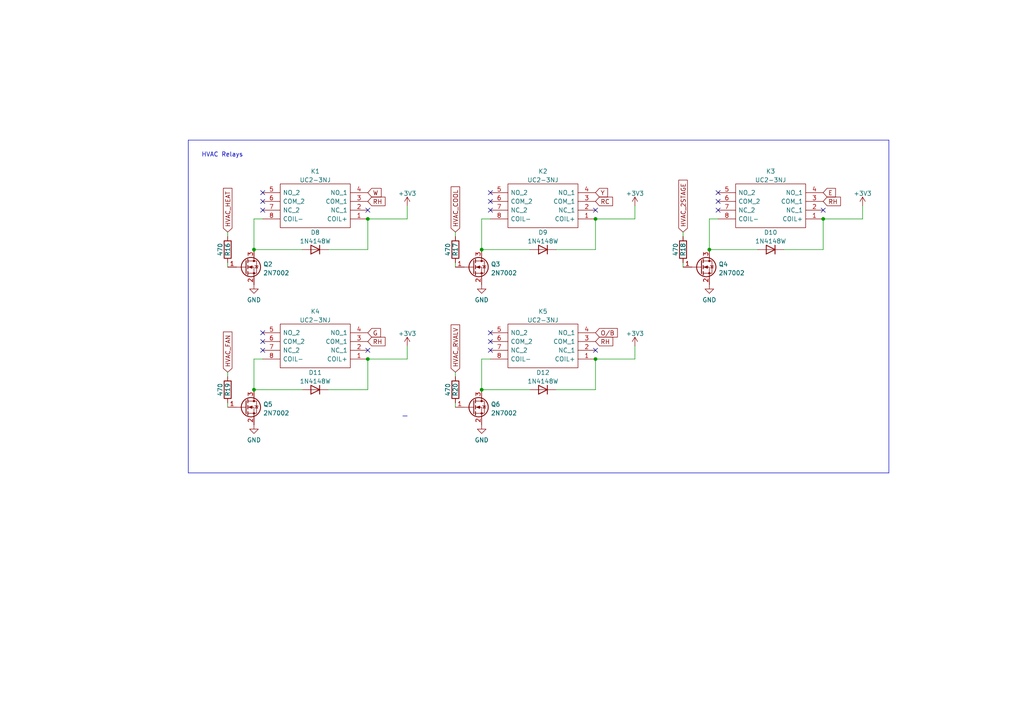
<source format=kicad_sch>
(kicad_sch (version 20250114) (generator "eeschema") (generator_version "9.0")
  (paper "A4")
  (title_block (title "Smart Thermostat") (date "2024-02-09") (rev "0.6.0") (company "Steve Meisner") (comment 1 "steve@meisners.net") (comment 2 "(C) 2024 Steven Meisner "))
  (lib_symbols
    (symbol "+3V3_2" (power) (pin_names (offset 0))
      (property "Value" "+3V3_2" (at 0 3.556 0))
      (symbol "+3V3_2_0_1"
        (polyline (pts (xy -0.762 1.27) (xy 0 2.54)))
        (polyline (pts (xy 0 2.54) (xy 0.762 1.27)))
        (polyline (pts (xy 0 0) (xy 0 2.54)))
      )
      (symbol "+3V3_2_1_1"
        (pin power_in line (at 0 0 90) (length 0) (hide yes) (name "+3V3") (number "1"))
      )
    )
    (symbol "Custom Parts:UC2-3NJ" (pin_names (offset 0.762))
      (property "Reference" "K" (at 26.67 7.62 0))
      (property "Value" "UC2-3NJ" (at 26.67 5.08 0))
      (symbol "UC2-3NJ_0_0"
        (pin passive line (at 0 0 0) (length 5.08) (name "COIL+") (number "1"))
        (pin passive line (at 0 -2.54 0) (length 5.08) (name "NC_1") (number "2"))
        (pin passive line (at 0 -5.08 0) (length 5.08) (name "COM_1") (number "3"))
        (pin passive line (at 0 -7.62 0) (length 5.08) (name "NO_1") (number "4"))
        (pin passive line (at 30.48 0 180) (length 5.08) (name "COIL-") (number "8"))
        (pin passive line (at 30.48 -2.54 180) (length 5.08) (name "NC_2") (number "7"))
        (pin passive line (at 30.48 -5.08 180) (length 5.08) (name "COM_2") (number "6"))
        (pin passive line (at 30.48 -7.62 180) (length 5.08) (name "NO_2") (number "5"))
      )
      (symbol "UC2-3NJ_0_1"
        (polyline (pts (xy 5.08 2.54) (xy 25.4 2.54) (xy 25.4 -10.16) (xy 5.08 -10.16) (xy 5.08 2.54)) (stroke (width 0.1524)))
      )
    )
    (symbol "Device:R" (pin_numbers (hide yes)) (pin_names (offset 0))
      (property "Reference" "R" (at 2.032 0 90))
      (property "Value" "R" (at 0 0 90))
      (symbol "R_0_1"
        (rectangle (start -1.016 -2.54) (end 1.016 2.54) (stroke (width 0.254)))
      )
      (symbol "R_1_1"
        (pin passive line (at 0 3.81 270) (length 1.27) (name "~") (number "1"))
        (pin passive line (at 0 -3.81 90) (length 1.27) (name "~") (number "2"))
      )
    )
    (symbol "Diode:1N4148W" (pin_numbers (hide yes)) (pin_names (hide yes))
      (property "Reference" "D" (at 0 2.54 0))
      (property "Value" "1N4148W" (at 0 -2.54 0))
      (symbol "1N4148W_0_1"
        (polyline (pts (xy -1.27 1.27) (xy -1.27 -1.27)) (stroke (width 0.254)))
        (polyline (pts (xy 1.27 1.27) (xy 1.27 -1.27) (xy -1.27 0) (xy 1.27 1.27)) (stroke (width 0.254)))
        (polyline (pts (xy 1.27 0) (xy -1.27 0)))
      )
      (symbol "1N4148W_1_1"
        (pin passive line (at -3.81 0 0) (length 2.54) (name "K") (number "1"))
        (pin passive line (at 3.81 0 180) (length 2.54) (name "A") (number "2"))
      )
    )
    (symbol "Transistor_FET:2N7002" (pin_names (hide yes))
      (property "Reference" "Q" (at 5.08 1.905 0))
      (property "Value" "2N7002" (at 5.08 0 0))
      (symbol "2N7002_0_1"
        (polyline (pts (xy 0.254 1.905) (xy 0.254 -1.905)) (stroke (width 0.254)))
        (polyline (pts (xy 0.254 0) (xy -2.54 0)))
        (polyline (pts (xy 0.762 2.286) (xy 0.762 1.27)) (stroke (width 0.254)))
        (polyline (pts (xy 0.762 0.508) (xy 0.762 -0.508)) (stroke (width 0.254)))
        (polyline (pts (xy 0.762 -1.27) (xy 0.762 -2.286)) (stroke (width 0.254)))
        (polyline (pts (xy 0.762 -1.778) (xy 3.302 -1.778) (xy 3.302 1.778) (xy 0.762 1.778)))
        (polyline (pts (xy 1.016 0) (xy 2.032 0.381) (xy 2.032 -0.381) (xy 1.016 0)) (fill (type outline)))
        (circle (center 1.651 0) (radius 2.794) (stroke (width 0.254)))
        (polyline (pts (xy 2.54 2.54) (xy 2.54 1.778)))
        (circle (center 2.54 1.778) (radius 0.254) (fill (type outline)))
        (circle (center 2.54 -1.778) (radius 0.254) (fill (type outline)))
        (polyline (pts (xy 2.54 -2.54) (xy 2.54 0) (xy 0.762 0)))
        (polyline (pts (xy 2.794 0.508) (xy 2.921 0.381) (xy 3.683 0.381) (xy 3.81 0.254)))
        (polyline (pts (xy 3.302 0.381) (xy 2.921 -0.254) (xy 3.683 -0.254) (xy 3.302 0.381)))
      )
      (symbol "2N7002_1_1"
        (pin input line (at -5.08 0 0) (length 2.54) (name "G") (number "1"))
        (pin passive line (at 2.54 5.08 270) (length 2.54) (name "D") (number "3"))
        (pin passive line (at 2.54 -5.08 90) (length 2.54) (name "S") (number "2"))
      )
    )
    (symbol "power:GND" (power) (pin_names (offset 0))
      (property "Value" "GND" (at 0 -3.81 0))
      (symbol "GND_0_1"
        (polyline (pts (xy 0 0) (xy 0 -1.27) (xy 1.27 -1.27) (xy 0 -2.54) (xy -1.27 -1.27) (xy 0 -1.27)))
      )
      (symbol "GND_1_1"
        (pin power_in line (at 0 0 270) (length 0) (hide yes) (name "GND") (number "1"))
      )
    )
  )
  (text "HVAC Relays" (at 58.42 45.72 0) (effects (font (size 1.27 1.27)) (justify left bottom)))
  (junction (at 172.72 104.14))
  (junction (at 205.74 72.39))
  (junction (at 73.66 72.39))
  (junction (at 139.7 113.03))
  (junction (at 139.7 72.39))
  (junction (at 172.72 63.5))
  (junction (at 106.68 63.5))
  (junction (at 238.76 63.5))
  (junction (at 73.66 113.03))
  (junction (at 106.68 104.14))
  (no_connect (at 76.2 96.52))
  (no_connect (at 142.24 96.52))
  (no_connect (at 208.28 55.88))
  (no_connect (at 76.2 55.88))
  (no_connect (at 76.2 58.42))
  (no_connect (at 208.28 58.42))
  (no_connect (at 208.28 60.96))
  (no_connect (at 106.68 101.6))
  (no_connect (at 172.72 101.6))
  (no_connect (at 142.24 58.42))
  (no_connect (at 172.72 60.96))
  (no_connect (at 76.2 60.96))
  (no_connect (at 76.2 99.06))
  (no_connect (at 142.24 60.96))
  (no_connect (at 238.76 60.96))
  (no_connect (at 142.24 101.6))
  (no_connect (at 142.24 55.88))
  (no_connect (at 106.68 60.96))
  (no_connect (at 76.2 101.6))
  (no_connect (at 142.24 99.06))
  (polyline (pts (xy 116.84 120.65) (xy 118.11 120.65)) (stroke (width 0) (type dash)))
  (wire (pts (xy 172.72 72.39) (xy 161.29 72.39)))
  (wire (pts (xy 132.08 76.2) (xy 132.08 77.47)))
  (wire (pts (xy 87.63 72.39) (xy 73.66 72.39)))
  (wire (pts (xy 66.04 116.84) (xy 66.04 118.11)))
  (wire (pts (xy 106.68 72.39) (xy 95.25 72.39)))
  (wire (pts (xy 219.71 72.39) (xy 205.74 72.39)))
  (wire (pts (xy 205.74 63.5) (xy 205.74 72.39)))
  (wire (pts (xy 132.08 67.31) (xy 132.08 68.58)))
  (wire (pts (xy 153.67 113.03) (xy 139.7 113.03)))
  (wire (pts (xy 139.7 63.5) (xy 139.7 72.39)))
  (wire (pts (xy 106.68 113.03) (xy 95.25 113.03)))
  (wire (pts (xy 76.2 104.14) (xy 73.66 104.14)))
  (wire (pts (xy 184.15 100.33) (xy 184.15 104.14)))
  (wire (pts (xy 184.15 59.69) (xy 184.15 63.5)))
  (wire (pts (xy 184.15 63.5) (xy 172.72 63.5)))
  (wire (pts (xy 132.08 107.95) (xy 132.08 109.22)))
  (wire (pts (xy 132.08 116.84) (xy 132.08 118.11)))
  (wire (pts (xy 106.68 63.5) (xy 106.68 72.39)))
  (wire (pts (xy 198.12 67.31) (xy 198.12 68.58)))
  (wire (pts (xy 66.04 76.2) (xy 66.04 77.47)))
  (wire (pts (xy 250.19 63.5) (xy 238.76 63.5)))
  (wire (pts (xy 250.19 59.69) (xy 250.19 63.5)))
  (wire (pts (xy 208.28 63.5) (xy 205.74 63.5)))
  (polyline (pts (xy 257.81 40.64) (xy 257.81 137.16)) (stroke (width 0) (type solid)))
  (wire (pts (xy 184.15 104.14) (xy 172.72 104.14)))
  (wire (pts (xy 139.7 104.14) (xy 139.7 113.03)))
  (polyline (pts (xy 54.61 137.16) (xy 54.61 40.64)) (stroke (width 0) (type solid)))
  (wire (pts (xy 66.04 67.31) (xy 66.04 68.58)))
  (wire (pts (xy 118.11 104.14) (xy 106.68 104.14)))
  (wire (pts (xy 198.12 76.2) (xy 198.12 77.47)))
  (wire (pts (xy 66.04 107.95) (xy 66.04 109.22)))
  (wire (pts (xy 172.72 63.5) (xy 172.72 72.39)))
  (wire (pts (xy 172.72 104.14) (xy 172.72 113.03)))
  (wire (pts (xy 118.11 59.69) (xy 118.11 63.5)))
  (wire (pts (xy 106.68 104.14) (xy 106.68 113.03)))
  (wire (pts (xy 118.11 100.33) (xy 118.11 104.14)))
  (polyline (pts (xy 54.61 137.16) (xy 257.81 137.16)) (stroke (width 0) (type solid)))
  (wire (pts (xy 76.2 63.5) (xy 73.66 63.5)))
  (wire (pts (xy 238.76 63.5) (xy 238.76 72.39)))
  (wire (pts (xy 153.67 72.39) (xy 139.7 72.39)))
  (wire (pts (xy 238.76 72.39) (xy 227.33 72.39)))
  (wire (pts (xy 172.72 113.03) (xy 161.29 113.03)))
  (wire (pts (xy 118.11 63.5) (xy 106.68 63.5)))
  (polyline (pts (xy 54.61 40.64) (xy 257.81 40.64)) (stroke (width 0) (type solid)))
  (wire (pts (xy 142.24 63.5) (xy 139.7 63.5)))
  (wire (pts (xy 87.63 113.03) (xy 73.66 113.03)))
  (wire (pts (xy 73.66 63.5) (xy 73.66 72.39)))
  (wire (pts (xy 142.24 104.14) (xy 139.7 104.14)))
  (wire (pts (xy 73.66 104.14) (xy 73.66 113.03)))
  (global_label "RH" (shape input) (at 106.68 58.42 0) (property "Intersheetrefs" "${INTERSHEET_REFS}" (effects (hide yes))))
  (global_label "RH" (shape input) (at 238.76 58.42 0) (property "Intersheetrefs" "${INTERSHEET_REFS}" (effects (hide yes))))
  (global_label "HVAC_RVALV" (shape input) (at 132.08 107.95 90) (property "Intersheetrefs" "${INTERSHEET_REFS}" (effects (hide yes))))
  (global_label "RH" (shape input) (at 172.72 99.06 0) (property "Intersheetrefs" "${INTERSHEET_REFS}" (effects (hide yes))))
  (global_label "O{slash}B" (shape input) (at 172.72 96.52 0) (property "Intersheetrefs" "${INTERSHEET_REFS}" (effects (hide yes))))
  (global_label "W" (shape input) (at 106.68 55.88 0) (property "Intersheetrefs" "${INTERSHEET_REFS}" (effects (hide yes))))
  (global_label "Y" (shape input) (at 172.72 55.88 0) (property "Intersheetrefs" "${INTERSHEET_REFS}" (effects (hide yes))))
  (global_label "HVAC_HEAT" (shape input) (at 66.04 67.31 90) (property "Intersheetrefs" "${INTERSHEET_REFS}" (effects (hide yes))))
  (global_label "HVAC_FAN" (shape input) (at 66.04 107.95 90) (property "Intersheetrefs" "${INTERSHEET_REFS}" (effects (hide yes))))
  (global_label "HVAC_COOL" (shape input) (at 132.08 67.31 90) (property "Intersheetrefs" "${INTERSHEET_REFS}" (effects (hide yes))))
  (global_label "HVAC_2STAGE" (shape input) (at 198.12 67.31 90) (property "Intersheetrefs" "${INTERSHEET_REFS}" (effects (hide yes))))
  (global_label "RH" (shape input) (at 106.68 99.06 0) (property "Intersheetrefs" "${INTERSHEET_REFS}" (effects (hide yes))))
  (global_label "G" (shape input) (at 106.68 96.52 0) (property "Intersheetrefs" "${INTERSHEET_REFS}" (effects (hide yes))))
  (global_label "E" (shape input) (at 238.76 55.88 0) (property "Intersheetrefs" "${INTERSHEET_REFS}" (effects (hide yes))))
  (global_label "RC" (shape input) (at 172.72 58.42 0) (property "Intersheetrefs" "${INTERSHEET_REFS}" (effects (hide yes))))
  (symbol (lib_id "Device:R") (at 66.04 113.03 180) (unit 1)
    (property "Reference" "R19" (at 66.04 113.03 90))
    (property "Value" "470" (at 63.8611 113.03 90))
    (property "Footprint" "Resistor_SMD:R_0603_1608Metric" (effects (hide yes)))
    (property "LCSC" "C23179" (effects (hide yes)))
  )
  (symbol (lib_id "Transistor_FET:2N7002") (at 203.2 77.47 0) (unit 1)
    (property "Reference" "Q4" (at 208.407 76.6353 0) (effects (justify left)))
    (property "Value" "2N7002" (at 208.407 79.1722 0) (effects (justify left)))
    (property "Footprint" "Package_TO_SOT_SMD:SOT-23" (effects (hide yes)))
    (property "Datasheet" "https://www.onsemi.com/pub/Collateral/NDS7002A-D.PDF" (effects (hide yes)))
    (property "LCSC" "C8545" (effects (hide yes)))
  )
  (symbol (lib_id "Diode:1N4148W") (at 157.48 72.39 180) (unit 1)
    (property "Reference" "D9" (at 157.48 67.4202 0))
    (property "Value" "1N4148W" (at 157.48 69.9571 0))
    (property "Footprint" "Diode_SMD:D_SOD-123" (effects (hide yes)))
    (property "Datasheet" "https://www.vishay.com/docs/85748/1n4148w.pdf" (effects (hide yes)))
    (property "LCSC" "C81598" (effects (hide yes)))
  )
  (symbol (lib_id "Custom Parts:UC2-3NJ") (at 172.72 104.14 180) (unit 1) (in_bom no)
    (property "Reference" "K5" (at 157.48 90.331 0))
    (property "Value" "UC2-3NJ" (at 157.48 92.8679 0))
    (property "Footprint" "Custom Footprints:UC23NJ" (effects (hide yes)))
    (property "Datasheet" "https://content.kemet.com/datasheets/KEM_R7005_UC2_UD2.pdf" (effects (hide yes)))
    (property "Description" "KEMET, UC2, Relays, Signal, 3 V, 220 V, 250 VAC, 1 A, 100 mOhms, 1 GOhms, 10.6mm, 6.5mm, 5.3mm" (effects (hide yes)))
    (property "Height" "5.3" (effects (hide yes)))
    (property "Mouser Part Number" "551-UC2-3NJ" (effects (hide yes)))
    (property "Mouser Price/Stock" "https://www.mouser.co.uk/ProductDetail/KEMET/UC2-3NJ?qs=rjnFDYRVT0pG6uPYp31kIg%3D%3D" (effects (hide yes)))
    (property "Manufacturer_Name" "KEMET" (effects (hide yes)))
    (property "Manufacturer_Part_Number" "UC2-3NJ" (effects (hide yes)))
  )
  (symbol (lib_id "power:GND") (at 139.7 82.55 0) (unit 1)
    (property "Reference" "#PWR042" (effects (hide yes)))
    (property "Value" "GND" (at 139.7 86.9934 0))
  )
  (symbol (lib_id "Custom Parts:UC2-3NJ") (at 106.68 104.14 180) (unit 1) (in_bom no)
    (property "Reference" "K4" (at 91.44 90.331 0))
    (property "Value" "UC2-3NJ" (at 91.44 92.8679 0))
    (property "Footprint" "Custom Footprints:UC23NJ" (effects (hide yes)))
    (property "Datasheet" "https://content.kemet.com/datasheets/KEM_R7005_UC2_UD2.pdf" (effects (hide yes)))
    (property "Description" "KEMET, UC2, Relays, Signal, 3 V, 220 V, 250 VAC, 1 A, 100 mOhms, 1 GOhms, 10.6mm, 6.5mm, 5.3mm" (effects (hide yes)))
    (property "Height" "5.3" (effects (hide yes)))
    (property "Mouser Part Number" "551-UC2-3NJ" (effects (hide yes)))
    (property "Mouser Price/Stock" "https://www.mouser.co.uk/ProductDetail/KEMET/UC2-3NJ?qs=rjnFDYRVT0pG6uPYp31kIg%3D%3D" (effects (hide yes)))
    (property "Manufacturer_Name" "KEMET" (effects (hide yes)))
    (property "Manufacturer_Part_Number" "UC2-3NJ" (effects (hide yes)))
  )
  (symbol (lib_id "Diode:1N4148W") (at 91.44 113.03 180) (unit 1)
    (property "Reference" "D11" (at 91.44 108.0602 0))
    (property "Value" "1N4148W" (at 91.44 110.5971 0))
    (property "Footprint" "Diode_SMD:D_SOD-123" (effects (hide yes)))
    (property "Datasheet" "https://www.vishay.com/docs/85748/1n4148w.pdf" (effects (hide yes)))
    (property "LCSC" "C81598" (effects (hide yes)))
  )
  (symbol (lib_id "Custom Parts:UC2-3NJ") (at 172.72 63.5 180) (unit 1) (in_bom no)
    (property "Reference" "K2" (at 157.48 49.691 0))
    (property "Value" "UC2-3NJ" (at 157.48 52.2279 0))
    (property "Footprint" "Custom Footprints:UC23NJ" (effects (hide yes)))
    (property "Datasheet" "https://content.kemet.com/datasheets/KEM_R7005_UC2_UD2.pdf" (effects (hide yes)))
    (property "Description" "KEMET, UC2, Relays, Signal, 3 V, 220 V, 250 VAC, 1 A, 100 mOhms, 1 GOhms, 10.6mm, 6.5mm, 5.3mm" (effects (hide yes)))
    (property "Height" "5.3" (effects (hide yes)))
    (property "Mouser Part Number" "551-UC2-3NJ" (effects (hide yes)))
    (property "Mouser Price/Stock" "https://www.mouser.co.uk/ProductDetail/KEMET/UC2-3NJ?qs=rjnFDYRVT0pG6uPYp31kIg%3D%3D" (effects (hide yes)))
    (property "Manufacturer_Name" "KEMET" (effects (hide yes)))
    (property "Manufacturer_Part_Number" "UC2-3NJ" (effects (hide yes)))
  )
  (symbol (lib_name "+3V3_2") (lib_id "power:+3V3") (at 118.11 59.69 0) (unit 1)
    (property "Reference" "#PWR038" (effects (hide yes)))
    (property "Value" "+3V3" (at 118.11 56.1142 0))
  )
  (symbol (lib_id "power:GND") (at 205.74 82.55 0) (unit 1)
    (property "Reference" "#PWR043" (effects (hide yes)))
    (property "Value" "GND" (at 205.74 86.9934 0))
  )
  (symbol (lib_name "+3V3_2") (lib_id "power:+3V3") (at 184.15 59.69 0) (unit 1)
    (property "Reference" "#PWR039" (effects (hide yes)))
    (property "Value" "+3V3" (at 184.15 56.1142 0))
  )
  (symbol (lib_name "+3V3_2") (lib_id "power:+3V3") (at 118.11 100.33 0) (unit 1)
    (property "Reference" "#PWR044" (effects (hide yes)))
    (property "Value" "+3V3" (at 118.11 96.7542 0))
  )
  (symbol (lib_name "+3V3_2") (lib_id "power:+3V3") (at 250.19 59.69 0) (unit 1)
    (property "Reference" "#PWR040" (effects (hide yes)))
    (property "Value" "+3V3" (at 250.19 56.1142 0))
  )
  (symbol (lib_id "power:GND") (at 73.66 123.19 0) (unit 1)
    (property "Reference" "#PWR046" (effects (hide yes)))
    (property "Value" "GND" (at 73.66 127.6334 0))
  )
  (symbol (lib_id "Device:R") (at 66.04 72.39 180) (unit 1)
    (property "Reference" "R16" (at 66.04 72.39 90))
    (property "Value" "470" (at 63.8611 72.39 90))
    (property "Footprint" "Resistor_SMD:R_0603_1608Metric" (effects (hide yes)))
    (property "LCSC" "C23179" (effects (hide yes)))
  )
  (symbol (lib_id "Transistor_FET:2N7002") (at 71.12 77.47 0) (unit 1)
    (property "Reference" "Q2" (at 76.327 76.6353 0) (effects (justify left)))
    (property "Value" "2N7002" (at 76.327 79.1722 0) (effects (justify left)))
    (property "Footprint" "Package_TO_SOT_SMD:SOT-23" (effects (hide yes)))
    (property "Datasheet" "https://www.onsemi.com/pub/Collateral/NDS7002A-D.PDF" (effects (hide yes)))
    (property "LCSC" "C8545" (effects (hide yes)))
  )
  (symbol (lib_id "Device:R") (at 198.12 72.39 180) (unit 1)
    (property "Reference" "R18" (at 198.12 72.39 90))
    (property "Value" "470" (at 195.9411 72.39 90))
    (property "Footprint" "Resistor_SMD:R_0603_1608Metric" (effects (hide yes)))
    (property "LCSC" "C23179" (effects (hide yes)))
  )
  (symbol (lib_id "Custom Parts:UC2-3NJ") (at 238.76 63.5 180) (unit 1) (in_bom no)
    (property "Reference" "K3" (at 223.52 49.691 0))
    (property "Value" "UC2-3NJ" (at 223.52 52.2279 0))
    (property "Footprint" "Custom Footprints:UC23NJ" (effects (hide yes)))
    (property "Datasheet" "https://content.kemet.com/datasheets/KEM_R7005_UC2_UD2.pdf" (effects (hide yes)))
    (property "Description" "KEMET, UC2, Relays, Signal, 3 V, 220 V, 250 VAC, 1 A, 100 mOhms, 1 GOhms, 10.6mm, 6.5mm, 5.3mm" (effects (hide yes)))
    (property "Height" "5.3" (effects (hide yes)))
    (property "Mouser Part Number" "551-UC2-3NJ" (effects (hide yes)))
    (property "Mouser Price/Stock" "https://www.mouser.co.uk/ProductDetail/KEMET/UC2-3NJ?qs=rjnFDYRVT0pG6uPYp31kIg%3D%3D" (effects (hide yes)))
    (property "Manufacturer_Name" "KEMET" (effects (hide yes)))
    (property "Manufacturer_Part_Number" "UC2-3NJ" (effects (hide yes)))
  )
  (symbol (lib_id "Diode:1N4148W") (at 91.44 72.39 180) (unit 1)
    (property "Reference" "D8" (at 91.44 67.4202 0))
    (property "Value" "1N4148W" (at 91.44 69.9571 0))
    (property "Footprint" "Diode_SMD:D_SOD-123" (effects (hide yes)))
    (property "Datasheet" "https://www.vishay.com/docs/85748/1n4148w.pdf" (effects (hide yes)))
    (property "LCSC" "C81598" (effects (hide yes)))
  )
  (symbol (lib_id "Transistor_FET:2N7002") (at 137.16 118.11 0) (unit 1)
    (property "Reference" "Q6" (at 142.367 117.2753 0) (effects (justify left)))
    (property "Value" "2N7002" (at 142.367 119.8122 0) (effects (justify left)))
    (property "Footprint" "Package_TO_SOT_SMD:SOT-23" (effects (hide yes)))
    (property "Datasheet" "https://www.onsemi.com/pub/Collateral/NDS7002A-D.PDF" (effects (hide yes)))
    (property "LCSC" "C8545" (effects (hide yes)))
  )
  (symbol (lib_id "power:GND") (at 73.66 82.55 0) (unit 1)
    (property "Reference" "#PWR041" (effects (hide yes)))
    (property "Value" "GND" (at 73.66 86.9934 0))
  )
  (symbol (lib_id "Transistor_FET:2N7002") (at 137.16 77.47 0) (unit 1)
    (property "Reference" "Q3" (at 142.367 76.6353 0) (effects (justify left)))
    (property "Value" "2N7002" (at 142.367 79.1722 0) (effects (justify left)))
    (property "Footprint" "Package_TO_SOT_SMD:SOT-23" (effects (hide yes)))
    (property "Datasheet" "https://www.onsemi.com/pub/Collateral/NDS7002A-D.PDF" (effects (hide yes)))
    (property "LCSC" "C8545" (effects (hide yes)))
  )
  (symbol (lib_name "+3V3_2") (lib_id "power:+3V3") (at 184.15 100.33 0) (unit 1)
    (property "Reference" "#PWR045" (effects (hide yes)))
    (property "Value" "+3V3" (at 184.15 96.7542 0))
  )
  (symbol (lib_id "Custom Parts:UC2-3NJ") (at 106.68 63.5 180) (unit 1) (in_bom no)
    (property "Reference" "K1" (at 91.44 49.691 0))
    (property "Value" "UC2-3NJ" (at 91.44 52.2279 0))
    (property "Footprint" "Custom Footprints:UC23NJ" (effects (hide yes)))
    (property "Datasheet" "https://content.kemet.com/datasheets/KEM_R7005_UC2_UD2.pdf" (effects (hide yes)))
    (property "Description" "KEMET, UC2, Relays, Signal, 3 V, 220 V, 250 VAC, 1 A, 100 mOhms, 1 GOhms, 10.6mm, 6.5mm, 5.3mm" (effects (hide yes)))
    (property "Height" "5.3" (effects (hide yes)))
    (property "Mouser Part Number" "551-UC2-3NJ" (effects (hide yes)))
    (property "Mouser Price/Stock" "https://www.mouser.co.uk/ProductDetail/KEMET/UC2-3NJ?qs=rjnFDYRVT0pG6uPYp31kIg%3D%3D" (effects (hide yes)))
    (property "Manufacturer_Name" "KEMET" (effects (hide yes)))
    (property "Manufacturer_Part_Number" "UC2-3NJ" (effects (hide yes)))
  )
  (symbol (lib_id "power:GND") (at 139.7 123.19 0) (unit 1)
    (property "Reference" "#PWR047" (effects (hide yes)))
    (property "Value" "GND" (at 139.7 127.6334 0))
  )
  (symbol (lib_id "Transistor_FET:2N7002") (at 71.12 118.11 0) (unit 1)
    (property "Reference" "Q5" (at 76.327 117.2753 0) (effects (justify left)))
    (property "Value" "2N7002" (at 76.327 119.8122 0) (effects (justify left)))
    (property "Footprint" "Package_TO_SOT_SMD:SOT-23" (effects (hide yes)))
    (property "Datasheet" "https://www.onsemi.com/pub/Collateral/NDS7002A-D.PDF" (effects (hide yes)))
    (property "LCSC" "C8545" (effects (hide yes)))
  )
  (symbol (lib_id "Diode:1N4148W") (at 223.52 72.39 180) (unit 1)
    (property "Reference" "D10" (at 223.52 67.4202 0))
    (property "Value" "1N4148W" (at 223.52 69.9571 0))
    (property "Footprint" "Diode_SMD:D_SOD-123" (effects (hide yes)))
    (property "Datasheet" "https://www.vishay.com/docs/85748/1n4148w.pdf" (effects (hide yes)))
    (property "LCSC" "C81598" (effects (hide yes)))
  )
  (symbol (lib_id "Device:R") (at 132.08 72.39 180) (unit 1)
    (property "Reference" "R17" (at 132.08 72.39 90))
    (property "Value" "470" (at 129.9011 72.39 90))
    (property "Footprint" "Resistor_SMD:R_0603_1608Metric" (effects (hide yes)))
    (property "LCSC" "C23179" (effects (hide yes)))
  )
  (symbol (lib_id "Device:R") (at 132.08 113.03 180) (unit 1)
    (property "Reference" "R20" (at 132.08 113.03 90))
    (property "Value" "470" (at 129.9011 113.03 90))
    (property "Footprint" "Resistor_SMD:R_0603_1608Metric" (effects (hide yes)))
    (property "LCSC" "C23179" (effects (hide yes)))
  )
  (symbol (lib_id "Diode:1N4148W") (at 157.48 113.03 180) (unit 1)
    (property "Reference" "D12" (at 157.48 108.0602 0))
    (property "Value" "1N4148W" (at 157.48 110.5971 0))
    (property "Footprint" "Diode_SMD:D_SOD-123" (effects (hide yes)))
    (property "Datasheet" "https://www.vishay.com/docs/85748/1n4148w.pdf" (effects (hide yes)))
    (property "LCSC" "C81598" (effects (hide yes)))
  )
)
</source>
